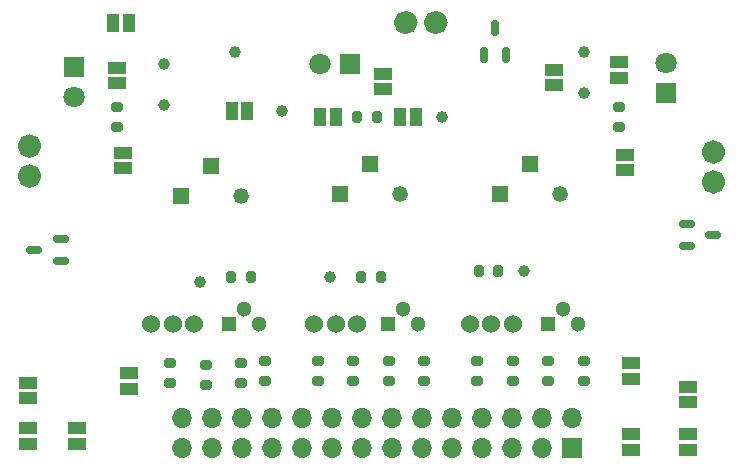
<source format=gbr>
%TF.GenerationSoftware,KiCad,Pcbnew,8.0.0*%
%TF.CreationDate,2024-04-15T10:16:16+02:00*%
%TF.ProjectId,Project 3,50726f6a-6563-4742-9033-2e6b69636164,rev?*%
%TF.SameCoordinates,Original*%
%TF.FileFunction,Soldermask,Top*%
%TF.FilePolarity,Negative*%
%FSLAX46Y46*%
G04 Gerber Fmt 4.6, Leading zero omitted, Abs format (unit mm)*
G04 Created by KiCad (PCBNEW 8.0.0) date 2024-04-15 10:16:16*
%MOMM*%
%LPD*%
G01*
G04 APERTURE LIST*
G04 Aperture macros list*
%AMRoundRect*
0 Rectangle with rounded corners*
0 $1 Rounding radius*
0 $2 $3 $4 $5 $6 $7 $8 $9 X,Y pos of 4 corners*
0 Add a 4 corners polygon primitive as box body*
4,1,4,$2,$3,$4,$5,$6,$7,$8,$9,$2,$3,0*
0 Add four circle primitives for the rounded corners*
1,1,$1+$1,$2,$3*
1,1,$1+$1,$4,$5*
1,1,$1+$1,$6,$7*
1,1,$1+$1,$8,$9*
0 Add four rect primitives between the rounded corners*
20,1,$1+$1,$2,$3,$4,$5,0*
20,1,$1+$1,$4,$5,$6,$7,0*
20,1,$1+$1,$6,$7,$8,$9,0*
20,1,$1+$1,$8,$9,$2,$3,0*%
G04 Aperture macros list end*
%ADD10C,1.000000*%
%ADD11C,1.000000*%
%ADD12R,1.500000X1.000000*%
%ADD13R,1.300000X1.300000*%
%ADD14C,1.300000*%
%ADD15R,1.000000X1.500000*%
%ADD16RoundRect,0.200000X0.200000X0.275000X-0.200000X0.275000X-0.200000X-0.275000X0.200000X-0.275000X0*%
%ADD17RoundRect,0.200000X-0.275000X0.200000X-0.275000X-0.200000X0.275000X-0.200000X0.275000X0.200000X0*%
%ADD18RoundRect,0.200000X0.275000X-0.200000X0.275000X0.200000X-0.275000X0.200000X-0.275000X-0.200000X0*%
%ADD19C,1.524800*%
%ADD20RoundRect,0.150000X-0.512500X-0.150000X0.512500X-0.150000X0.512500X0.150000X-0.512500X0.150000X0*%
%ADD21R,1.800000X1.800000*%
%ADD22C,1.800000*%
%ADD23C,1.320800*%
%ADD24R,1.320800X1.320800*%
%ADD25RoundRect,0.150000X0.150000X-0.512500X0.150000X0.512500X-0.150000X0.512500X-0.150000X-0.512500X0*%
%ADD26RoundRect,0.200000X-0.200000X-0.275000X0.200000X-0.275000X0.200000X0.275000X-0.200000X0.275000X0*%
%ADD27RoundRect,0.150000X0.512500X0.150000X-0.512500X0.150000X-0.512500X-0.150000X0.512500X-0.150000X0*%
%ADD28R,1.700000X1.700000*%
%ADD29O,1.700000X1.700000*%
G04 APERTURE END LIST*
D10*
%TO.C,D4*%
X104451800Y-46500000D02*
G75*
G02*
X103451800Y-46500000I-500000J0D01*
G01*
X103451800Y-46500000D02*
G75*
G02*
X104451800Y-46500000I500000J0D01*
G01*
X106991800Y-46500000D02*
G75*
G02*
X105991800Y-46500000I-500000J0D01*
G01*
X105991800Y-46500000D02*
G75*
G02*
X106991800Y-46500000I500000J0D01*
G01*
%TO.C,D6*%
X72590900Y-56960000D02*
G75*
G02*
X71590900Y-56960000I-500000J0D01*
G01*
X71590900Y-56960000D02*
G75*
G02*
X72590900Y-56960000I500000J0D01*
G01*
X72590900Y-59500000D02*
G75*
G02*
X71590900Y-59500000I-500000J0D01*
G01*
X71590900Y-59500000D02*
G75*
G02*
X72590900Y-59500000I500000J0D01*
G01*
%TO.C,D2*%
X130500000Y-57460000D02*
G75*
G02*
X129500000Y-57460000I-500000J0D01*
G01*
X129500000Y-57460000D02*
G75*
G02*
X130500000Y-57460000I500000J0D01*
G01*
X130500000Y-60000000D02*
G75*
G02*
X129500000Y-60000000I-500000J0D01*
G01*
X129500000Y-60000000D02*
G75*
G02*
X130500000Y-60000000I500000J0D01*
G01*
%TD*%
D11*
%TO.C,TP5*%
X83500000Y-50000000D03*
%TD*%
D12*
%TO.C,JP16*%
X127850000Y-77350000D03*
X127850000Y-78650000D03*
%TD*%
%TO.C,JP1*%
X122500000Y-59000000D03*
X122500000Y-57700000D03*
%TD*%
D13*
%TO.C,Q5*%
X88960000Y-72000000D03*
D14*
X90240000Y-70730000D03*
X91500000Y-72000000D03*
%TD*%
D15*
%TO.C,JP9*%
X79200000Y-46500000D03*
X80500000Y-46500000D03*
%TD*%
D12*
%TO.C,JP5*%
X79500000Y-51650000D03*
X79500000Y-50350000D03*
%TD*%
%TO.C,JP17*%
X72000000Y-80850000D03*
X72000000Y-82150000D03*
%TD*%
D11*
%TO.C,TP1*%
X119000000Y-49000000D03*
%TD*%
D16*
%TO.C,R3*%
X101500000Y-54500000D03*
X99850000Y-54500000D03*
%TD*%
D13*
%TO.C,Q1*%
X115960000Y-72000000D03*
D14*
X117240000Y-70730000D03*
X118500000Y-72000000D03*
%TD*%
D15*
%TO.C,JP4*%
X103500000Y-54500000D03*
X104800000Y-54500000D03*
%TD*%
D17*
%TO.C,R15*%
X92000000Y-75175000D03*
X92000000Y-76825000D03*
%TD*%
D18*
%TO.C,R7*%
X119000000Y-76825000D03*
X119000000Y-75175000D03*
%TD*%
D19*
%TO.C,Q7*%
X111200000Y-72000000D03*
X113000000Y-72000000D03*
X109400000Y-72000000D03*
%TD*%
D17*
%TO.C,R5*%
X79500000Y-53675000D03*
X79500000Y-55325000D03*
%TD*%
D11*
%TO.C,TP10*%
X89500000Y-49000000D03*
%TD*%
D19*
%TO.C,Q2*%
X98000000Y-72000000D03*
X99800000Y-72000000D03*
X96200000Y-72000000D03*
%TD*%
D18*
%TO.C,R14*%
X105500000Y-76825000D03*
X105500000Y-75175000D03*
%TD*%
%TO.C,R16*%
X87000000Y-77150000D03*
X87000000Y-75500000D03*
%TD*%
D11*
%TO.C,TP8*%
X97500000Y-68000000D03*
%TD*%
D12*
%TO.C,JP2*%
X122000000Y-51150000D03*
X122000000Y-49850000D03*
%TD*%
D18*
%TO.C,R9*%
X113000000Y-76825000D03*
X113000000Y-75175000D03*
%TD*%
D16*
%TO.C,R6*%
X90825000Y-68000000D03*
X89175000Y-68000000D03*
%TD*%
D20*
%TO.C,Q6*%
X127725000Y-63550000D03*
X127725000Y-65450000D03*
X130000000Y-64500000D03*
%TD*%
D11*
%TO.C,TP7*%
X114000000Y-67500000D03*
%TD*%
D18*
%TO.C,R13*%
X99500000Y-76825000D03*
X99500000Y-75175000D03*
%TD*%
%TO.C,R12*%
X102500000Y-76825000D03*
X102500000Y-75175000D03*
%TD*%
%TO.C,R18*%
X84000000Y-77000000D03*
X84000000Y-75350000D03*
%TD*%
D21*
%TO.C,D1*%
X126000000Y-52500000D03*
D22*
X126000000Y-49960000D03*
%TD*%
D21*
%TO.C,D5*%
X75825000Y-50250000D03*
D22*
X75825000Y-52790000D03*
%TD*%
D15*
%TO.C,JP12*%
X89200000Y-54000000D03*
X90500000Y-54000000D03*
%TD*%
D12*
%TO.C,JP11*%
X80500000Y-76200000D03*
X80500000Y-77500000D03*
%TD*%
%TO.C,JP8*%
X102000000Y-50850000D03*
X102000000Y-52150000D03*
%TD*%
D11*
%TO.C,TP9*%
X86500000Y-68500000D03*
%TD*%
D12*
%TO.C,JP13*%
X123000000Y-81350000D03*
X123000000Y-82650000D03*
%TD*%
D15*
%TO.C,JP3*%
X98000000Y-54500000D03*
X96700000Y-54500000D03*
%TD*%
D19*
%TO.C,Q4*%
X84200000Y-72000000D03*
X86000000Y-72000000D03*
X82400000Y-72000000D03*
%TD*%
D21*
%TO.C,D3*%
X99250000Y-50000000D03*
D22*
X96710000Y-50000000D03*
%TD*%
D18*
%TO.C,R8*%
X116000000Y-76825000D03*
X116000000Y-75175000D03*
%TD*%
%TO.C,R1*%
X122000000Y-55325000D03*
X122000000Y-53675000D03*
%TD*%
%TO.C,R11*%
X96500000Y-76825000D03*
X96500000Y-75175000D03*
%TD*%
D23*
%TO.C,RV2*%
X103500000Y-60987300D03*
D24*
X100960000Y-58447300D03*
X98420000Y-60987300D03*
%TD*%
D12*
%TO.C,JP7*%
X116500000Y-50500000D03*
X116500000Y-51800000D03*
%TD*%
D25*
%TO.C,Q8*%
X110550000Y-49275000D03*
X112450000Y-49275000D03*
X111500000Y-47000000D03*
%TD*%
D12*
%TO.C,JP6*%
X80000000Y-57500000D03*
X80000000Y-58800000D03*
%TD*%
D11*
%TO.C,TP3*%
X93500000Y-54000000D03*
%TD*%
D12*
%TO.C,JP10*%
X123000000Y-75350000D03*
X123000000Y-76650000D03*
%TD*%
D11*
%TO.C,TP2*%
X119000000Y-52500000D03*
%TD*%
%TO.C,TP4*%
X107000000Y-54500000D03*
%TD*%
D26*
%TO.C,R4*%
X100175000Y-68000000D03*
X101825000Y-68000000D03*
%TD*%
D12*
%TO.C,JP15*%
X76150000Y-80850000D03*
X76150000Y-82150000D03*
%TD*%
D18*
%TO.C,R17*%
X90000000Y-77000000D03*
X90000000Y-75350000D03*
%TD*%
D11*
%TO.C,TP6*%
X83500000Y-53500000D03*
%TD*%
D12*
%TO.C,JP14*%
X127850000Y-81350000D03*
X127850000Y-82650000D03*
%TD*%
D23*
%TO.C,RV3*%
X90000000Y-61200000D03*
D24*
X87460000Y-58660000D03*
X84920000Y-61200000D03*
%TD*%
D27*
%TO.C,Q9*%
X74725000Y-66725000D03*
X74725000Y-64825000D03*
X72450000Y-65775000D03*
%TD*%
D13*
%TO.C,Q3*%
X102460000Y-72000000D03*
D14*
X103740000Y-70730000D03*
X105000000Y-72000000D03*
%TD*%
D23*
%TO.C,RV1*%
X116968500Y-61000000D03*
D24*
X114428500Y-58460000D03*
X111888500Y-61000000D03*
%TD*%
D26*
%TO.C,R2*%
X110143500Y-67500000D03*
X111793500Y-67500000D03*
%TD*%
D12*
%TO.C,JP18*%
X72000000Y-78300000D03*
X72000000Y-77000000D03*
%TD*%
D18*
%TO.C,R10*%
X110000000Y-76825000D03*
X110000000Y-75175000D03*
%TD*%
D28*
%TO.C,J1*%
X118000000Y-82500000D03*
D29*
X118000000Y-79960000D03*
X115460000Y-82500000D03*
X115460000Y-79960000D03*
X112920000Y-82500000D03*
X112920000Y-79960000D03*
X110380000Y-82500000D03*
X110380000Y-79960000D03*
X107840000Y-82500000D03*
X107840000Y-79960000D03*
X105300000Y-82500000D03*
X105300000Y-79960000D03*
X102760000Y-82500000D03*
X102760000Y-79960000D03*
X100220000Y-82500000D03*
X100220000Y-79960000D03*
X97680000Y-82500000D03*
X97680000Y-79960000D03*
X95140000Y-82500000D03*
X95140000Y-79960000D03*
X92600000Y-82500000D03*
X92600000Y-79960000D03*
X90060000Y-82500000D03*
X90060000Y-79960000D03*
X87520000Y-82500000D03*
X87520000Y-79960000D03*
X84980000Y-82500000D03*
X84980000Y-79960000D03*
%TD*%
M02*

</source>
